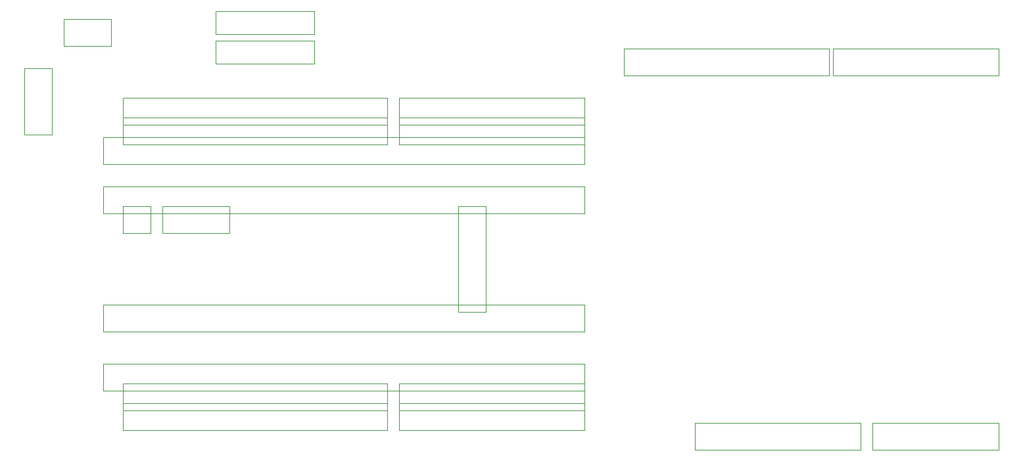
<source format=gbr>
G04 #@! TF.FileFunction,Other,User*
%FSLAX46Y46*%
G04 Gerber Fmt 4.6, Leading zero omitted, Abs format (unit mm)*
G04 Created by KiCad (PCBNEW 4.0.4-stable) date 11/17/16 14:27:39*
%MOMM*%
%LPD*%
G01*
G04 APERTURE LIST*
%ADD10C,0.100000*%
%ADD11C,0.050000*%
G04 APERTURE END LIST*
D10*
D11*
X132108000Y-122075000D02*
X132108000Y-125575000D01*
X153408000Y-122075000D02*
X153408000Y-125575000D01*
X132108000Y-122075000D02*
X153408000Y-122075000D01*
X132108000Y-125575000D02*
X153408000Y-125575000D01*
X154968000Y-122075000D02*
X154968000Y-125575000D01*
X171168000Y-122075000D02*
X171168000Y-125575000D01*
X154968000Y-122075000D02*
X171168000Y-122075000D01*
X154968000Y-125575000D02*
X171168000Y-125575000D01*
X122964000Y-73815000D02*
X122964000Y-77315000D01*
X149364000Y-73815000D02*
X149364000Y-77315000D01*
X122964000Y-73815000D02*
X149364000Y-73815000D01*
X122964000Y-77315000D02*
X149364000Y-77315000D01*
X149888000Y-73815000D02*
X149888000Y-77315000D01*
X171188000Y-73815000D02*
X171188000Y-77315000D01*
X149888000Y-73815000D02*
X171188000Y-73815000D01*
X149888000Y-77315000D02*
X171188000Y-77315000D01*
X94008000Y-123035000D02*
X117858000Y-123035000D01*
X94008000Y-119535000D02*
X117858000Y-119535000D01*
X94008000Y-123035000D02*
X94008000Y-119535000D01*
X117858000Y-123035000D02*
X117858000Y-119535000D01*
X94008000Y-120495000D02*
X117858000Y-120495000D01*
X94008000Y-116995000D02*
X117858000Y-116995000D01*
X94008000Y-120495000D02*
X94008000Y-116995000D01*
X117858000Y-120495000D02*
X117858000Y-116995000D01*
X58448000Y-123035000D02*
X92448000Y-123035000D01*
X58448000Y-119535000D02*
X92448000Y-119535000D01*
X58448000Y-123035000D02*
X58448000Y-119535000D01*
X92448000Y-123035000D02*
X92448000Y-119535000D01*
X94008000Y-86205000D02*
X117858000Y-86205000D01*
X94008000Y-82705000D02*
X117858000Y-82705000D01*
X94008000Y-86205000D02*
X94008000Y-82705000D01*
X117858000Y-86205000D02*
X117858000Y-82705000D01*
X58448000Y-120495000D02*
X92448000Y-120495000D01*
X58448000Y-116995000D02*
X92448000Y-116995000D01*
X58448000Y-120495000D02*
X58448000Y-116995000D01*
X92448000Y-120495000D02*
X92448000Y-116995000D01*
X94008000Y-83665000D02*
X117858000Y-83665000D01*
X94008000Y-80165000D02*
X117858000Y-80165000D01*
X94008000Y-83665000D02*
X94008000Y-80165000D01*
X117858000Y-83665000D02*
X117858000Y-80165000D01*
X55908000Y-117955000D02*
X117858000Y-117955000D01*
X55908000Y-114455000D02*
X117858000Y-114455000D01*
X55908000Y-117955000D02*
X55908000Y-114455000D01*
X117858000Y-117955000D02*
X117858000Y-114455000D01*
X55908000Y-106835000D02*
X55908000Y-110335000D01*
X117858000Y-106835000D02*
X117858000Y-110335000D01*
X55908000Y-106835000D02*
X117858000Y-106835000D01*
X55908000Y-110335000D02*
X117858000Y-110335000D01*
X105128000Y-94135000D02*
X101628000Y-94135000D01*
X105128000Y-107835000D02*
X101628000Y-107835000D01*
X105128000Y-94135000D02*
X105128000Y-107835000D01*
X101628000Y-94135000D02*
X101628000Y-107835000D01*
X63528000Y-94135000D02*
X63528000Y-97635000D01*
X72128000Y-94135000D02*
X72128000Y-97635000D01*
X63528000Y-94135000D02*
X72128000Y-94135000D01*
X63528000Y-97635000D02*
X72128000Y-97635000D01*
X45748000Y-76355000D02*
X45748000Y-84955000D01*
X49248000Y-76355000D02*
X49248000Y-84955000D01*
X45748000Y-76355000D02*
X49248000Y-76355000D01*
X45748000Y-84955000D02*
X49248000Y-84955000D01*
X58448000Y-94135000D02*
X58448000Y-97635000D01*
X61948000Y-94135000D02*
X61948000Y-97635000D01*
X58448000Y-94135000D02*
X61948000Y-94135000D01*
X58448000Y-97635000D02*
X61948000Y-97635000D01*
X55908000Y-91595000D02*
X55908000Y-95095000D01*
X117858000Y-91595000D02*
X117858000Y-95095000D01*
X55908000Y-91595000D02*
X117858000Y-91595000D01*
X55908000Y-95095000D02*
X117858000Y-95095000D01*
X50828000Y-73505000D02*
X56878000Y-73505000D01*
X50828000Y-70005000D02*
X56878000Y-70005000D01*
X50828000Y-73505000D02*
X50828000Y-70005000D01*
X56878000Y-73505000D02*
X56878000Y-70005000D01*
X55908000Y-88745000D02*
X117858000Y-88745000D01*
X55908000Y-85245000D02*
X117858000Y-85245000D01*
X55908000Y-88745000D02*
X55908000Y-85245000D01*
X117858000Y-88745000D02*
X117858000Y-85245000D01*
X58448000Y-86205000D02*
X92448000Y-86205000D01*
X58448000Y-82705000D02*
X92448000Y-82705000D01*
X58448000Y-86205000D02*
X58448000Y-82705000D01*
X92448000Y-86205000D02*
X92448000Y-82705000D01*
X58448000Y-83665000D02*
X92448000Y-83665000D01*
X58448000Y-80165000D02*
X92448000Y-80165000D01*
X58448000Y-83665000D02*
X58448000Y-80165000D01*
X92448000Y-83665000D02*
X92448000Y-80165000D01*
X70378000Y-68985000D02*
X83028000Y-68985000D01*
X70378000Y-71985000D02*
X70378000Y-68985000D01*
X83028000Y-68985000D02*
X83028000Y-71985000D01*
X70378000Y-71985000D02*
X83028000Y-71985000D01*
X70378000Y-72795000D02*
X83028000Y-72795000D01*
X70378000Y-75795000D02*
X70378000Y-72795000D01*
X83028000Y-72795000D02*
X83028000Y-75795000D01*
X70378000Y-75795000D02*
X83028000Y-75795000D01*
M02*

</source>
